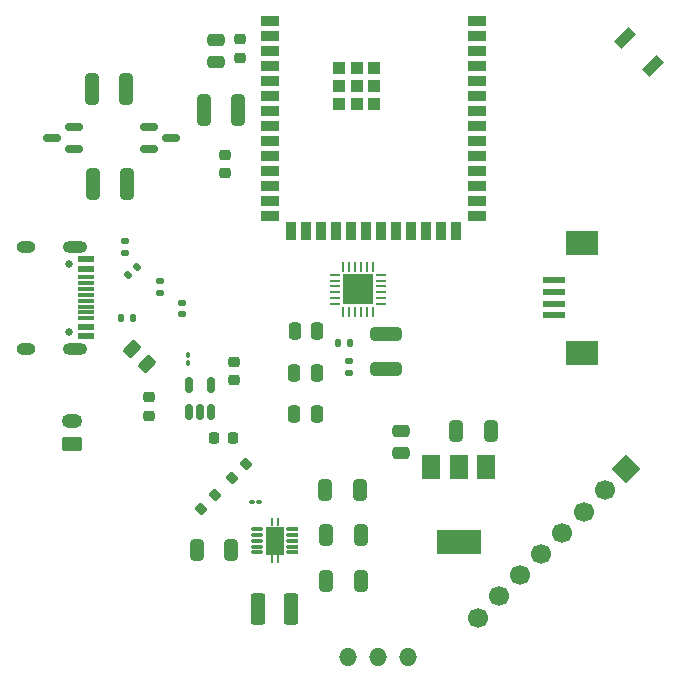
<source format=gbr>
%TF.GenerationSoftware,KiCad,Pcbnew,(7.0.0)*%
%TF.CreationDate,2023-04-01T17:00:43-05:00*%
%TF.ProjectId,pulse_ox_wearable,70756c73-655f-46f7-985f-776561726162,1*%
%TF.SameCoordinates,Original*%
%TF.FileFunction,Soldermask,Top*%
%TF.FilePolarity,Negative*%
%FSLAX46Y46*%
G04 Gerber Fmt 4.6, Leading zero omitted, Abs format (unit mm)*
G04 Created by KiCad (PCBNEW (7.0.0)) date 2023-04-01 17:00:43*
%MOMM*%
%LPD*%
G01*
G04 APERTURE LIST*
G04 Aperture macros list*
%AMRoundRect*
0 Rectangle with rounded corners*
0 $1 Rounding radius*
0 $2 $3 $4 $5 $6 $7 $8 $9 X,Y pos of 4 corners*
0 Add a 4 corners polygon primitive as box body*
4,1,4,$2,$3,$4,$5,$6,$7,$8,$9,$2,$3,0*
0 Add four circle primitives for the rounded corners*
1,1,$1+$1,$2,$3*
1,1,$1+$1,$4,$5*
1,1,$1+$1,$6,$7*
1,1,$1+$1,$8,$9*
0 Add four rect primitives between the rounded corners*
20,1,$1+$1,$2,$3,$4,$5,0*
20,1,$1+$1,$4,$5,$6,$7,0*
20,1,$1+$1,$6,$7,$8,$9,0*
20,1,$1+$1,$8,$9,$2,$3,0*%
%AMHorizOval*
0 Thick line with rounded ends*
0 $1 width*
0 $2 $3 position (X,Y) of the first rounded end (center of the circle)*
0 $4 $5 position (X,Y) of the second rounded end (center of the circle)*
0 Add line between two ends*
20,1,$1,$2,$3,$4,$5,0*
0 Add two circle primitives to create the rounded ends*
1,1,$1,$2,$3*
1,1,$1,$4,$5*%
%AMRotRect*
0 Rectangle, with rotation*
0 The origin of the aperture is its center*
0 $1 length*
0 $2 width*
0 $3 Rotation angle, in degrees counterclockwise*
0 Add horizontal line*
21,1,$1,$2,0,0,$3*%
G04 Aperture macros list end*
%ADD10R,1.500000X2.000000*%
%ADD11R,3.800000X2.000000*%
%ADD12RoundRect,0.100000X0.100000X-0.130000X0.100000X0.130000X-0.100000X0.130000X-0.100000X-0.130000X0*%
%ADD13RoundRect,0.250000X-1.075000X0.312500X-1.075000X-0.312500X1.075000X-0.312500X1.075000X0.312500X0*%
%ADD14RoundRect,0.250000X-0.325000X-0.650000X0.325000X-0.650000X0.325000X0.650000X-0.325000X0.650000X0*%
%ADD15RoundRect,0.250000X0.250000X0.475000X-0.250000X0.475000X-0.250000X-0.475000X0.250000X-0.475000X0*%
%ADD16RoundRect,0.250000X-0.375000X-1.075000X0.375000X-1.075000X0.375000X1.075000X-0.375000X1.075000X0*%
%ADD17RoundRect,0.250000X0.325000X0.650000X-0.325000X0.650000X-0.325000X-0.650000X0.325000X-0.650000X0*%
%ADD18RoundRect,0.100000X-0.130000X-0.100000X0.130000X-0.100000X0.130000X0.100000X-0.130000X0.100000X0*%
%ADD19RoundRect,0.135000X0.035355X-0.226274X0.226274X-0.035355X-0.035355X0.226274X-0.226274X0.035355X0*%
%ADD20RoundRect,0.147500X0.172500X-0.147500X0.172500X0.147500X-0.172500X0.147500X-0.172500X-0.147500X0*%
%ADD21RoundRect,0.150000X0.150000X-0.512500X0.150000X0.512500X-0.150000X0.512500X-0.150000X-0.512500X0*%
%ADD22RoundRect,0.070000X0.140000X0.140000X-0.140000X0.140000X-0.140000X-0.140000X0.140000X-0.140000X0*%
%ADD23O,0.990000X0.420000*%
%ADD24C,0.600000*%
%ADD25R,0.680000X1.050000*%
%ADD26R,0.260000X0.500000*%
%ADD27R,0.280000X0.700000*%
%ADD28R,1.650000X2.400000*%
%ADD29RoundRect,0.225000X-0.225000X-0.250000X0.225000X-0.250000X0.225000X0.250000X-0.225000X0.250000X0*%
%ADD30C,0.650000*%
%ADD31R,1.450000X0.600000*%
%ADD32R,1.450000X0.300000*%
%ADD33O,2.100000X1.000000*%
%ADD34O,1.600000X1.000000*%
%ADD35RoundRect,0.250000X0.312500X1.075000X-0.312500X1.075000X-0.312500X-1.075000X0.312500X-1.075000X0*%
%ADD36RoundRect,0.135000X0.185000X-0.135000X0.185000X0.135000X-0.185000X0.135000X-0.185000X-0.135000X0*%
%ADD37RoundRect,0.250000X0.475000X-0.250000X0.475000X0.250000X-0.475000X0.250000X-0.475000X-0.250000X0*%
%ADD38RoundRect,0.147500X-0.172500X0.147500X-0.172500X-0.147500X0.172500X-0.147500X0.172500X0.147500X0*%
%ADD39RoundRect,0.218750X0.256250X-0.218750X0.256250X0.218750X-0.256250X0.218750X-0.256250X-0.218750X0*%
%ADD40RoundRect,0.135000X-0.135000X-0.185000X0.135000X-0.185000X0.135000X0.185000X-0.135000X0.185000X0*%
%ADD41RoundRect,0.150000X-0.587500X-0.150000X0.587500X-0.150000X0.587500X0.150000X-0.587500X0.150000X0*%
%ADD42R,1.900000X0.600000*%
%ADD43R,2.800000X2.100000*%
%ADD44RoundRect,0.200000X-0.053033X0.335876X-0.335876X0.053033X0.053033X-0.335876X0.335876X-0.053033X0*%
%ADD45RoundRect,0.225000X-0.250000X0.225000X-0.250000X-0.225000X0.250000X-0.225000X0.250000X0.225000X0*%
%ADD46O,1.524000X1.524000*%
%ADD47RotRect,0.900000X1.700000X135.000000*%
%ADD48RotRect,1.700000X1.700000X315.000000*%
%ADD49HorizOval,1.700000X0.000000X0.000000X0.000000X0.000000X0*%
%ADD50RoundRect,0.062500X-0.350000X-0.062500X0.350000X-0.062500X0.350000X0.062500X-0.350000X0.062500X0*%
%ADD51RoundRect,0.062500X-0.062500X-0.350000X0.062500X-0.350000X0.062500X0.350000X-0.062500X0.350000X0*%
%ADD52R,2.600000X2.600000*%
%ADD53RoundRect,0.250000X-0.475000X0.250000X-0.475000X-0.250000X0.475000X-0.250000X0.475000X0.250000X0*%
%ADD54RoundRect,0.250000X-0.312500X-1.075000X0.312500X-1.075000X0.312500X1.075000X-0.312500X1.075000X0*%
%ADD55RoundRect,0.225000X0.250000X-0.225000X0.250000X0.225000X-0.250000X0.225000X-0.250000X-0.225000X0*%
%ADD56R,1.498600X0.889000*%
%ADD57R,0.889000X1.498600*%
%ADD58R,0.990600X0.990600*%
%ADD59RoundRect,0.250000X-0.503814X-0.132583X-0.132583X-0.503814X0.503814X0.132583X0.132583X0.503814X0*%
%ADD60RoundRect,0.150000X0.587500X0.150000X-0.587500X0.150000X-0.587500X-0.150000X0.587500X-0.150000X0*%
%ADD61RoundRect,0.250000X0.625000X-0.350000X0.625000X0.350000X-0.625000X0.350000X-0.625000X-0.350000X0*%
%ADD62O,1.750000X1.200000*%
G04 APERTURE END LIST*
D10*
%TO.C,U5*%
X105399999Y-72149999D03*
X103099999Y-72149999D03*
X100799999Y-72149999D03*
D11*
X103099999Y-78449999D03*
%TD*%
D12*
%TO.C,R3*%
X80200000Y-63320000D03*
X80200000Y-62680000D03*
%TD*%
D13*
%TO.C,R4*%
X96962500Y-60887500D03*
X96962500Y-63812500D03*
%TD*%
D14*
%TO.C,C17*%
X102925000Y-69100000D03*
X105875000Y-69100000D03*
%TD*%
D15*
%TO.C,C4*%
X91102335Y-67689137D03*
X89202335Y-67689137D03*
%TD*%
D16*
%TO.C,L1*%
X86100000Y-84200000D03*
X88900000Y-84200000D03*
%TD*%
D17*
%TO.C,C8*%
X83875000Y-79200000D03*
X80925000Y-79200000D03*
%TD*%
D18*
%TO.C,C9*%
X85580000Y-75100000D03*
X86220000Y-75100000D03*
%TD*%
D19*
%TO.C,R1*%
X75113102Y-55886898D03*
X75834350Y-55165650D03*
%TD*%
D20*
%TO.C,D1*%
X79700000Y-59185000D03*
X79700000Y-58215000D03*
%TD*%
D21*
%TO.C,U2*%
X80250000Y-67437500D03*
X81200000Y-67437500D03*
X82150000Y-67437500D03*
X82150000Y-65162500D03*
X80250000Y-65162500D03*
%TD*%
D22*
%TO.C,U4*%
X89310000Y-79370000D03*
D23*
X89024999Y-79369999D03*
D22*
X89310000Y-78870000D03*
D23*
X89024999Y-78869999D03*
D22*
X89310000Y-78370000D03*
D23*
X89024999Y-78369999D03*
D22*
X89310000Y-77870000D03*
D23*
X89024999Y-77869999D03*
D22*
X89310000Y-77370000D03*
D23*
X89024999Y-77369999D03*
X86074999Y-77369999D03*
D22*
X85790000Y-77370000D03*
D23*
X86074999Y-77869999D03*
D22*
X85790000Y-77870000D03*
D23*
X86074999Y-78369999D03*
D22*
X85790000Y-78370000D03*
D23*
X86074999Y-78869999D03*
D22*
X85790000Y-78870000D03*
D23*
X86074999Y-79369999D03*
D22*
X85790000Y-79370000D03*
D24*
X88050000Y-79120000D03*
X88050000Y-77620000D03*
D25*
X87999999Y-79004999D03*
X87999999Y-77734999D03*
D26*
X87799999Y-79999999D03*
D27*
X87799999Y-79919999D03*
X87799999Y-76819999D03*
D26*
X87799999Y-76739999D03*
D24*
X87550000Y-78370000D03*
D28*
X87549999Y-78369999D03*
D26*
X87299999Y-79999999D03*
D27*
X87299999Y-79919999D03*
X87299999Y-76819999D03*
D26*
X87299999Y-76739999D03*
D25*
X87099999Y-79004999D03*
X87099999Y-77734999D03*
D24*
X87050000Y-79120000D03*
X87050000Y-77620000D03*
%TD*%
D15*
%TO.C,C6*%
X91152334Y-60649138D03*
X89252334Y-60649138D03*
%TD*%
D29*
%TO.C,C7*%
X82425000Y-69700000D03*
X83975000Y-69700000D03*
%TD*%
D30*
%TO.C,J2*%
X70100000Y-54910000D03*
X70100000Y-60690000D03*
D31*
X71544999Y-54549999D03*
X71544999Y-55349999D03*
D32*
X71544999Y-56549999D03*
X71544999Y-57549999D03*
X71544999Y-58049999D03*
X71544999Y-59049999D03*
D31*
X71544999Y-60249999D03*
X71544999Y-61049999D03*
X71544999Y-61049999D03*
X71544999Y-60249999D03*
D32*
X71544999Y-59549999D03*
X71544999Y-58549999D03*
X71544999Y-57049999D03*
X71544999Y-56049999D03*
D31*
X71544999Y-55349999D03*
X71544999Y-54549999D03*
D33*
X70629999Y-53479999D03*
D34*
X66449999Y-53479999D03*
D33*
X70629999Y-62119999D03*
D34*
X66449999Y-62119999D03*
%TD*%
D14*
%TO.C,C13*%
X91875000Y-81789999D03*
X94825000Y-81789999D03*
%TD*%
D35*
%TO.C,R9*%
X84462500Y-41900000D03*
X81537500Y-41900000D03*
%TD*%
D36*
%TO.C,R12*%
X93862500Y-64160000D03*
X93862500Y-63140000D03*
%TD*%
D37*
%TO.C,C14*%
X98200000Y-70950000D03*
X98200000Y-69050000D03*
%TD*%
D38*
%TO.C,D2*%
X77800000Y-56415000D03*
X77800000Y-57385000D03*
%TD*%
D39*
%TO.C,D4*%
X76900000Y-67787500D03*
X76900000Y-66212500D03*
%TD*%
D40*
%TO.C,R8*%
X92852500Y-61650000D03*
X93872500Y-61650000D03*
%TD*%
D14*
%TO.C,C11*%
X91825000Y-74100000D03*
X94775000Y-74100000D03*
%TD*%
D41*
%TO.C,Q1*%
X76862500Y-43350000D03*
X76862500Y-45250000D03*
X78737500Y-44300000D03*
%TD*%
D42*
%TO.C,J3*%
X111162624Y-59299999D03*
X111162624Y-58299999D03*
X111162624Y-57299999D03*
X111162624Y-56299999D03*
D43*
X113512624Y-62449999D03*
X113512624Y-53149999D03*
%TD*%
D44*
%TO.C,R11*%
X82483363Y-74516637D03*
X81316637Y-75683363D03*
%TD*%
D45*
%TO.C,C16*%
X84600000Y-35925000D03*
X84600000Y-37475000D03*
%TD*%
D46*
%TO.C,SW1*%
X93759999Y-88199999D03*
X96299999Y-88199999D03*
X98839999Y-88199999D03*
%TD*%
D47*
%TO.C,SW2*%
X119602081Y-38202081D03*
X117197917Y-35797917D03*
%TD*%
D48*
%TO.C,J4*%
X117280255Y-72319743D03*
D49*
X115484204Y-74115794D03*
X113688153Y-75911845D03*
X111892101Y-77707897D03*
X110096050Y-79503948D03*
X108299999Y-81299999D03*
X106503948Y-83096050D03*
X104707896Y-84892102D03*
%TD*%
D38*
%TO.C,D3*%
X74900000Y-53015000D03*
X74900000Y-53985000D03*
%TD*%
D50*
%TO.C,U3*%
X92662500Y-55850000D03*
X92662500Y-56350000D03*
X92662500Y-56850000D03*
X92662500Y-57350000D03*
X92662500Y-57850000D03*
X92662500Y-58350000D03*
D51*
X93350000Y-59037500D03*
X93850000Y-59037500D03*
X94350000Y-59037500D03*
X94850000Y-59037500D03*
X95350000Y-59037500D03*
X95850000Y-59037500D03*
D50*
X96537500Y-58350000D03*
X96537500Y-57850000D03*
X96537500Y-57350000D03*
X96537500Y-56850000D03*
X96537500Y-56350000D03*
X96537500Y-55850000D03*
D51*
X95850000Y-55162500D03*
X95350000Y-55162500D03*
X94850000Y-55162500D03*
X94350000Y-55162500D03*
X93850000Y-55162500D03*
X93350000Y-55162500D03*
D52*
X94599999Y-57099999D03*
%TD*%
D35*
%TO.C,R7*%
X74962500Y-40100000D03*
X72037500Y-40100000D03*
%TD*%
D44*
%TO.C,R10*%
X85099658Y-71900342D03*
X83932932Y-73067068D03*
%TD*%
D45*
%TO.C,C10*%
X83300000Y-45725000D03*
X83300000Y-47275000D03*
%TD*%
D53*
%TO.C,C15*%
X82600000Y-35950000D03*
X82600000Y-37850000D03*
%TD*%
D54*
%TO.C,R6*%
X72137500Y-48200000D03*
X75062500Y-48200000D03*
%TD*%
D15*
%TO.C,C5*%
X91102335Y-64149137D03*
X89202335Y-64149137D03*
%TD*%
D55*
%TO.C,C2*%
X84100000Y-64775000D03*
X84100000Y-63225000D03*
%TD*%
D56*
%TO.C,U1*%
X87161400Y-34373358D03*
X87161400Y-35643358D03*
X87161400Y-36913358D03*
X87161400Y-38183358D03*
X87161400Y-39453358D03*
X87161400Y-40723358D03*
X87161400Y-41993358D03*
X87161400Y-43263358D03*
X87161400Y-44533358D03*
X87161400Y-45803358D03*
X87161400Y-47073358D03*
X87161400Y-48343358D03*
X87161400Y-49613358D03*
X87161400Y-50883358D03*
D57*
X88926400Y-52133292D03*
X90196400Y-52133292D03*
X91466400Y-52133292D03*
X92736400Y-52133292D03*
X94006400Y-52133292D03*
X95276400Y-52133292D03*
X96546400Y-52133292D03*
X97816400Y-52133292D03*
X99086400Y-52133292D03*
X100356400Y-52133292D03*
X101626400Y-52133292D03*
X102896400Y-52133292D03*
D56*
X104661400Y-50883358D03*
X104661400Y-49613358D03*
X104661400Y-48343358D03*
X104661400Y-47073358D03*
X104661400Y-45803358D03*
X104661400Y-44533358D03*
X104661400Y-43263358D03*
X104661400Y-41993358D03*
X104661400Y-40723358D03*
X104661400Y-39453358D03*
X104661400Y-38183358D03*
X104661400Y-36913358D03*
X104661400Y-35643358D03*
X104661400Y-34373358D03*
D58*
X94470966Y-39877284D03*
X92970966Y-38377284D03*
X94470966Y-38377284D03*
X95970966Y-38377284D03*
X92970966Y-39877284D03*
X95970966Y-39877284D03*
X92970966Y-41377284D03*
X94470966Y-41377284D03*
X95970966Y-41377284D03*
%TD*%
D40*
%TO.C,R2*%
X74490000Y-59500000D03*
X75510000Y-59500000D03*
%TD*%
D59*
%TO.C,R5*%
X75454765Y-62154765D03*
X76745235Y-63445235D03*
%TD*%
D60*
%TO.C,Q2*%
X70537499Y-45250000D03*
X70537499Y-43350000D03*
X68662499Y-44300000D03*
%TD*%
D14*
%TO.C,C12*%
X91875000Y-77890000D03*
X94825000Y-77890000D03*
%TD*%
D61*
%TO.C,J1*%
X70350000Y-70200000D03*
D62*
X70349999Y-68199999D03*
%TD*%
M02*

</source>
